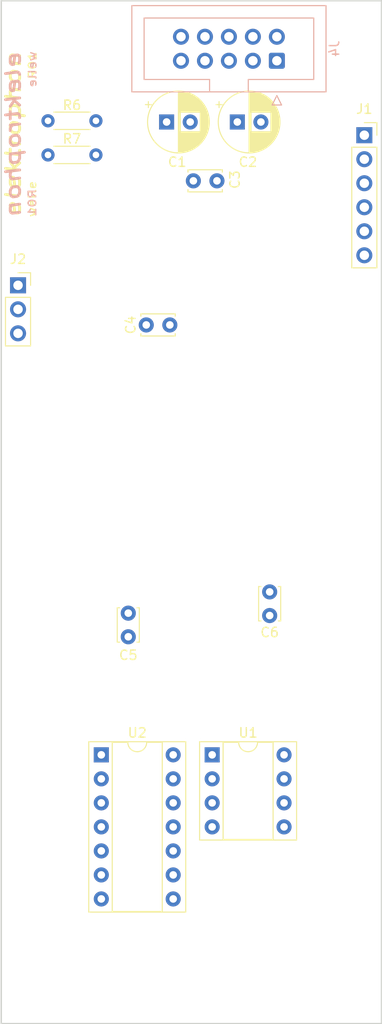
<source format=kicad_pcb>
(kicad_pcb (version 20171130) (host pcbnew 5.1.10)

  (general
    (thickness 1.6)
    (drawings 4)
    (tracks 0)
    (zones 0)
    (modules 18)
    (nets 13)
  )

  (page A4)
  (title_block
    (title welle)
    (date 2021-08-18)
    (rev R01)
    (comment 1 "PCB for panel")
    (comment 2 "Wavefolder designed by Jürgen Haible and Yves Usson")
    (comment 4 "License CC BY 4.0 - Attribution 4.0 International")
  )

  (layers
    (0 F.Cu signal)
    (31 B.Cu signal)
    (32 B.Adhes user)
    (33 F.Adhes user)
    (34 B.Paste user)
    (35 F.Paste user)
    (36 B.SilkS user)
    (37 F.SilkS user)
    (38 B.Mask user)
    (39 F.Mask user)
    (40 Dwgs.User user)
    (41 Cmts.User user)
    (42 Eco1.User user)
    (43 Eco2.User user)
    (44 Edge.Cuts user)
    (45 Margin user)
    (46 B.CrtYd user)
    (47 F.CrtYd user)
    (48 B.Fab user)
    (49 F.Fab user)
  )

  (setup
    (last_trace_width 0.25)
    (user_trace_width 0.381)
    (user_trace_width 0.762)
    (trace_clearance 0.2)
    (zone_clearance 0.508)
    (zone_45_only no)
    (trace_min 0.2)
    (via_size 0.8)
    (via_drill 0.4)
    (via_min_size 0.4)
    (via_min_drill 0.3)
    (uvia_size 0.3)
    (uvia_drill 0.1)
    (uvias_allowed no)
    (uvia_min_size 0.2)
    (uvia_min_drill 0.1)
    (edge_width 0.05)
    (segment_width 0.2)
    (pcb_text_width 0.3)
    (pcb_text_size 1.5 1.5)
    (mod_edge_width 0.12)
    (mod_text_size 1 1)
    (mod_text_width 0.15)
    (pad_size 1.524 1.524)
    (pad_drill 0.762)
    (pad_to_mask_clearance 0)
    (aux_axis_origin 0 0)
    (visible_elements FFFFFF7F)
    (pcbplotparams
      (layerselection 0x010fc_ffffffff)
      (usegerberextensions false)
      (usegerberattributes true)
      (usegerberadvancedattributes true)
      (creategerberjobfile true)
      (excludeedgelayer true)
      (linewidth 0.100000)
      (plotframeref false)
      (viasonmask false)
      (mode 1)
      (useauxorigin false)
      (hpglpennumber 1)
      (hpglpenspeed 20)
      (hpglpendiameter 15.000000)
      (psnegative false)
      (psa4output false)
      (plotreference true)
      (plotvalue true)
      (plotinvisibletext false)
      (padsonsilk false)
      (subtractmaskfromsilk false)
      (outputformat 1)
      (mirror false)
      (drillshape 1)
      (scaleselection 1)
      (outputdirectory ""))
  )

  (net 0 "")
  (net 1 GND)
  (net 2 +15V)
  (net 3 -15V)
  (net 4 +5V)
  (net 5 VP)
  (net 6 VN)
  (net 7 /shape_a)
  (net 8 /input)
  (net 9 /control)
  (net 10 /range)
  (net 11 /shape_b)
  (net 12 /out)

  (net_class Default "This is the default net class."
    (clearance 0.2)
    (trace_width 0.25)
    (via_dia 0.8)
    (via_drill 0.4)
    (uvia_dia 0.3)
    (uvia_drill 0.1)
    (add_net +15V)
    (add_net +5V)
    (add_net -15V)
    (add_net /control)
    (add_net /input)
    (add_net /out)
    (add_net /range)
    (add_net /shape_a)
    (add_net /shape_b)
    (add_net GND)
    (add_net VN)
    (add_net VP)
  )

  (module Package_DIP:DIP-14_W7.62mm_Socket (layer F.Cu) (tedit 5A02E8C5) (tstamp 612797DF)
    (at 61.402 130.556)
    (descr "14-lead though-hole mounted DIP package, row spacing 7.62 mm (300 mils), Socket")
    (tags "THT DIP DIL PDIP 2.54mm 7.62mm 300mil Socket")
    (path /5D86D0B4)
    (fp_text reference U2 (at 3.81 -2.33) (layer F.SilkS)
      (effects (font (size 1 1) (thickness 0.15)))
    )
    (fp_text value TL074 (at 3.81 17.57) (layer F.Fab)
      (effects (font (size 1 1) (thickness 0.15)))
    )
    (fp_text user %R (at 3.81 7.62) (layer F.Fab)
      (effects (font (size 1 1) (thickness 0.15)))
    )
    (fp_arc (start 3.81 -1.33) (end 2.81 -1.33) (angle -180) (layer F.SilkS) (width 0.12))
    (fp_line (start 1.635 -1.27) (end 6.985 -1.27) (layer F.Fab) (width 0.1))
    (fp_line (start 6.985 -1.27) (end 6.985 16.51) (layer F.Fab) (width 0.1))
    (fp_line (start 6.985 16.51) (end 0.635 16.51) (layer F.Fab) (width 0.1))
    (fp_line (start 0.635 16.51) (end 0.635 -0.27) (layer F.Fab) (width 0.1))
    (fp_line (start 0.635 -0.27) (end 1.635 -1.27) (layer F.Fab) (width 0.1))
    (fp_line (start -1.27 -1.33) (end -1.27 16.57) (layer F.Fab) (width 0.1))
    (fp_line (start -1.27 16.57) (end 8.89 16.57) (layer F.Fab) (width 0.1))
    (fp_line (start 8.89 16.57) (end 8.89 -1.33) (layer F.Fab) (width 0.1))
    (fp_line (start 8.89 -1.33) (end -1.27 -1.33) (layer F.Fab) (width 0.1))
    (fp_line (start 2.81 -1.33) (end 1.16 -1.33) (layer F.SilkS) (width 0.12))
    (fp_line (start 1.16 -1.33) (end 1.16 16.57) (layer F.SilkS) (width 0.12))
    (fp_line (start 1.16 16.57) (end 6.46 16.57) (layer F.SilkS) (width 0.12))
    (fp_line (start 6.46 16.57) (end 6.46 -1.33) (layer F.SilkS) (width 0.12))
    (fp_line (start 6.46 -1.33) (end 4.81 -1.33) (layer F.SilkS) (width 0.12))
    (fp_line (start -1.33 -1.39) (end -1.33 16.63) (layer F.SilkS) (width 0.12))
    (fp_line (start -1.33 16.63) (end 8.95 16.63) (layer F.SilkS) (width 0.12))
    (fp_line (start 8.95 16.63) (end 8.95 -1.39) (layer F.SilkS) (width 0.12))
    (fp_line (start 8.95 -1.39) (end -1.33 -1.39) (layer F.SilkS) (width 0.12))
    (fp_line (start -1.55 -1.6) (end -1.55 16.85) (layer F.CrtYd) (width 0.05))
    (fp_line (start -1.55 16.85) (end 9.15 16.85) (layer F.CrtYd) (width 0.05))
    (fp_line (start 9.15 16.85) (end 9.15 -1.6) (layer F.CrtYd) (width 0.05))
    (fp_line (start 9.15 -1.6) (end -1.55 -1.6) (layer F.CrtYd) (width 0.05))
    (pad 14 thru_hole oval (at 7.62 0) (size 1.6 1.6) (drill 0.8) (layers *.Cu *.Mask))
    (pad 7 thru_hole oval (at 0 15.24) (size 1.6 1.6) (drill 0.8) (layers *.Cu *.Mask))
    (pad 13 thru_hole oval (at 7.62 2.54) (size 1.6 1.6) (drill 0.8) (layers *.Cu *.Mask))
    (pad 6 thru_hole oval (at 0 12.7) (size 1.6 1.6) (drill 0.8) (layers *.Cu *.Mask))
    (pad 12 thru_hole oval (at 7.62 5.08) (size 1.6 1.6) (drill 0.8) (layers *.Cu *.Mask))
    (pad 5 thru_hole oval (at 0 10.16) (size 1.6 1.6) (drill 0.8) (layers *.Cu *.Mask))
    (pad 11 thru_hole oval (at 7.62 7.62) (size 1.6 1.6) (drill 0.8) (layers *.Cu *.Mask)
      (net 3 -15V))
    (pad 4 thru_hole oval (at 0 7.62) (size 1.6 1.6) (drill 0.8) (layers *.Cu *.Mask)
      (net 2 +15V))
    (pad 10 thru_hole oval (at 7.62 10.16) (size 1.6 1.6) (drill 0.8) (layers *.Cu *.Mask))
    (pad 3 thru_hole oval (at 0 5.08) (size 1.6 1.6) (drill 0.8) (layers *.Cu *.Mask))
    (pad 9 thru_hole oval (at 7.62 12.7) (size 1.6 1.6) (drill 0.8) (layers *.Cu *.Mask))
    (pad 2 thru_hole oval (at 0 2.54) (size 1.6 1.6) (drill 0.8) (layers *.Cu *.Mask))
    (pad 8 thru_hole oval (at 7.62 15.24) (size 1.6 1.6) (drill 0.8) (layers *.Cu *.Mask))
    (pad 1 thru_hole rect (at 0 0) (size 1.6 1.6) (drill 0.8) (layers *.Cu *.Mask))
    (model ${KISYS3DMOD}/Package_DIP.3dshapes/DIP-14_W7.62mm_Socket.wrl
      (at (xyz 0 0 0))
      (scale (xyz 1 1 1))
      (rotate (xyz 0 0 0))
    )
  )

  (module Package_DIP:DIP-8_W7.62mm_Socket (layer F.Cu) (tedit 5A02E8C5) (tstamp 612797B5)
    (at 73.152 130.556)
    (descr "8-lead though-hole mounted DIP package, row spacing 7.62 mm (300 mils), Socket")
    (tags "THT DIP DIL PDIP 2.54mm 7.62mm 300mil Socket")
    (path /5E7BC4E4)
    (fp_text reference U1 (at 3.81 -2.33) (layer F.SilkS)
      (effects (font (size 1 1) (thickness 0.15)))
    )
    (fp_text value TL072 (at 3.81 9.95) (layer F.Fab)
      (effects (font (size 1 1) (thickness 0.15)))
    )
    (fp_text user %R (at 3.81 3.81) (layer F.Fab)
      (effects (font (size 1 1) (thickness 0.15)))
    )
    (fp_arc (start 3.81 -1.33) (end 2.81 -1.33) (angle -180) (layer F.SilkS) (width 0.12))
    (fp_line (start 1.635 -1.27) (end 6.985 -1.27) (layer F.Fab) (width 0.1))
    (fp_line (start 6.985 -1.27) (end 6.985 8.89) (layer F.Fab) (width 0.1))
    (fp_line (start 6.985 8.89) (end 0.635 8.89) (layer F.Fab) (width 0.1))
    (fp_line (start 0.635 8.89) (end 0.635 -0.27) (layer F.Fab) (width 0.1))
    (fp_line (start 0.635 -0.27) (end 1.635 -1.27) (layer F.Fab) (width 0.1))
    (fp_line (start -1.27 -1.33) (end -1.27 8.95) (layer F.Fab) (width 0.1))
    (fp_line (start -1.27 8.95) (end 8.89 8.95) (layer F.Fab) (width 0.1))
    (fp_line (start 8.89 8.95) (end 8.89 -1.33) (layer F.Fab) (width 0.1))
    (fp_line (start 8.89 -1.33) (end -1.27 -1.33) (layer F.Fab) (width 0.1))
    (fp_line (start 2.81 -1.33) (end 1.16 -1.33) (layer F.SilkS) (width 0.12))
    (fp_line (start 1.16 -1.33) (end 1.16 8.95) (layer F.SilkS) (width 0.12))
    (fp_line (start 1.16 8.95) (end 6.46 8.95) (layer F.SilkS) (width 0.12))
    (fp_line (start 6.46 8.95) (end 6.46 -1.33) (layer F.SilkS) (width 0.12))
    (fp_line (start 6.46 -1.33) (end 4.81 -1.33) (layer F.SilkS) (width 0.12))
    (fp_line (start -1.33 -1.39) (end -1.33 9.01) (layer F.SilkS) (width 0.12))
    (fp_line (start -1.33 9.01) (end 8.95 9.01) (layer F.SilkS) (width 0.12))
    (fp_line (start 8.95 9.01) (end 8.95 -1.39) (layer F.SilkS) (width 0.12))
    (fp_line (start 8.95 -1.39) (end -1.33 -1.39) (layer F.SilkS) (width 0.12))
    (fp_line (start -1.55 -1.6) (end -1.55 9.2) (layer F.CrtYd) (width 0.05))
    (fp_line (start -1.55 9.2) (end 9.15 9.2) (layer F.CrtYd) (width 0.05))
    (fp_line (start 9.15 9.2) (end 9.15 -1.6) (layer F.CrtYd) (width 0.05))
    (fp_line (start 9.15 -1.6) (end -1.55 -1.6) (layer F.CrtYd) (width 0.05))
    (pad 8 thru_hole oval (at 7.62 0) (size 1.6 1.6) (drill 0.8) (layers *.Cu *.Mask)
      (net 2 +15V))
    (pad 4 thru_hole oval (at 0 7.62) (size 1.6 1.6) (drill 0.8) (layers *.Cu *.Mask)
      (net 3 -15V))
    (pad 7 thru_hole oval (at 7.62 2.54) (size 1.6 1.6) (drill 0.8) (layers *.Cu *.Mask))
    (pad 3 thru_hole oval (at 0 5.08) (size 1.6 1.6) (drill 0.8) (layers *.Cu *.Mask))
    (pad 6 thru_hole oval (at 7.62 5.08) (size 1.6 1.6) (drill 0.8) (layers *.Cu *.Mask))
    (pad 2 thru_hole oval (at 0 2.54) (size 1.6 1.6) (drill 0.8) (layers *.Cu *.Mask))
    (pad 5 thru_hole oval (at 7.62 7.62) (size 1.6 1.6) (drill 0.8) (layers *.Cu *.Mask))
    (pad 1 thru_hole rect (at 0 0) (size 1.6 1.6) (drill 0.8) (layers *.Cu *.Mask))
    (model ${KISYS3DMOD}/Package_DIP.3dshapes/DIP-8_W7.62mm_Socket.wrl
      (at (xyz 0 0 0))
      (scale (xyz 1 1 1))
      (rotate (xyz 0 0 0))
    )
  )

  (module Connector_PinSocket_2.54mm:PinSocket_1x03_P2.54mm_Vertical (layer F.Cu) (tedit 5A19A429) (tstamp 611D193C)
    (at 52.578 80.899)
    (descr "Through hole straight socket strip, 1x03, 2.54mm pitch, single row (from Kicad 4.0.7), script generated")
    (tags "Through hole socket strip THT 1x03 2.54mm single row")
    (path /611F7236)
    (fp_text reference J2 (at 0 -2.77) (layer F.SilkS)
      (effects (font (size 1 1) (thickness 0.15)))
    )
    (fp_text value "01x03 Female" (at 0 7.85) (layer F.Fab) hide
      (effects (font (size 1 1) (thickness 0.15)))
    )
    (fp_line (start -1.27 -1.27) (end 0.635 -1.27) (layer F.Fab) (width 0.1))
    (fp_line (start 0.635 -1.27) (end 1.27 -0.635) (layer F.Fab) (width 0.1))
    (fp_line (start 1.27 -0.635) (end 1.27 6.35) (layer F.Fab) (width 0.1))
    (fp_line (start 1.27 6.35) (end -1.27 6.35) (layer F.Fab) (width 0.1))
    (fp_line (start -1.27 6.35) (end -1.27 -1.27) (layer F.Fab) (width 0.1))
    (fp_line (start -1.33 1.27) (end 1.33 1.27) (layer F.SilkS) (width 0.12))
    (fp_line (start -1.33 1.27) (end -1.33 6.41) (layer F.SilkS) (width 0.12))
    (fp_line (start -1.33 6.41) (end 1.33 6.41) (layer F.SilkS) (width 0.12))
    (fp_line (start 1.33 1.27) (end 1.33 6.41) (layer F.SilkS) (width 0.12))
    (fp_line (start 1.33 -1.33) (end 1.33 0) (layer F.SilkS) (width 0.12))
    (fp_line (start 0 -1.33) (end 1.33 -1.33) (layer F.SilkS) (width 0.12))
    (fp_line (start -1.8 -1.8) (end 1.75 -1.8) (layer F.CrtYd) (width 0.05))
    (fp_line (start 1.75 -1.8) (end 1.75 6.85) (layer F.CrtYd) (width 0.05))
    (fp_line (start 1.75 6.85) (end -1.8 6.85) (layer F.CrtYd) (width 0.05))
    (fp_line (start -1.8 6.85) (end -1.8 -1.8) (layer F.CrtYd) (width 0.05))
    (fp_text user %R (at 0 2.54 90) (layer F.Fab)
      (effects (font (size 1 1) (thickness 0.15)))
    )
    (pad 3 thru_hole oval (at 0 5.08) (size 1.7 1.7) (drill 1) (layers *.Cu *.Mask)
      (net 11 /shape_b))
    (pad 2 thru_hole oval (at 0 2.54) (size 1.7 1.7) (drill 1) (layers *.Cu *.Mask)
      (net 7 /shape_a))
    (pad 1 thru_hole rect (at 0 0) (size 1.7 1.7) (drill 1) (layers *.Cu *.Mask)
      (net 1 GND))
    (model ${KISYS3DMOD}/Connector_PinSocket_2.54mm.3dshapes/PinSocket_1x03_P2.54mm_Vertical.wrl
      (at (xyz 0 0 0))
      (scale (xyz 1 1 1))
      (rotate (xyz 0 0 0))
    )
  )

  (module Connector_PinSocket_2.54mm:PinSocket_1x06_P2.54mm_Vertical (layer F.Cu) (tedit 5A19A430) (tstamp 611D1925)
    (at 89.281 65.024)
    (descr "Through hole straight socket strip, 1x06, 2.54mm pitch, single row (from Kicad 4.0.7), script generated")
    (tags "Through hole socket strip THT 1x06 2.54mm single row")
    (path /611F6237)
    (fp_text reference J1 (at 0 -2.77) (layer F.SilkS)
      (effects (font (size 1 1) (thickness 0.15)))
    )
    (fp_text value "01x06 Female" (at 0 15.47) (layer F.Fab) hide
      (effects (font (size 1 1) (thickness 0.15)))
    )
    (fp_line (start -1.27 -1.27) (end 0.635 -1.27) (layer F.Fab) (width 0.1))
    (fp_line (start 0.635 -1.27) (end 1.27 -0.635) (layer F.Fab) (width 0.1))
    (fp_line (start 1.27 -0.635) (end 1.27 13.97) (layer F.Fab) (width 0.1))
    (fp_line (start 1.27 13.97) (end -1.27 13.97) (layer F.Fab) (width 0.1))
    (fp_line (start -1.27 13.97) (end -1.27 -1.27) (layer F.Fab) (width 0.1))
    (fp_line (start -1.33 1.27) (end 1.33 1.27) (layer F.SilkS) (width 0.12))
    (fp_line (start -1.33 1.27) (end -1.33 14.03) (layer F.SilkS) (width 0.12))
    (fp_line (start -1.33 14.03) (end 1.33 14.03) (layer F.SilkS) (width 0.12))
    (fp_line (start 1.33 1.27) (end 1.33 14.03) (layer F.SilkS) (width 0.12))
    (fp_line (start 1.33 -1.33) (end 1.33 0) (layer F.SilkS) (width 0.12))
    (fp_line (start 0 -1.33) (end 1.33 -1.33) (layer F.SilkS) (width 0.12))
    (fp_line (start -1.8 -1.8) (end 1.75 -1.8) (layer F.CrtYd) (width 0.05))
    (fp_line (start 1.75 -1.8) (end 1.75 14.45) (layer F.CrtYd) (width 0.05))
    (fp_line (start 1.75 14.45) (end -1.8 14.45) (layer F.CrtYd) (width 0.05))
    (fp_line (start -1.8 14.45) (end -1.8 -1.8) (layer F.CrtYd) (width 0.05))
    (fp_text user %R (at 0 6.35 90) (layer F.Fab)
      (effects (font (size 1 1) (thickness 0.15)))
    )
    (pad 6 thru_hole oval (at 0 12.7) (size 1.7 1.7) (drill 1) (layers *.Cu *.Mask)
      (net 12 /out))
    (pad 5 thru_hole oval (at 0 10.16) (size 1.7 1.7) (drill 1) (layers *.Cu *.Mask)
      (net 2 +15V))
    (pad 4 thru_hole oval (at 0 7.62) (size 1.7 1.7) (drill 1) (layers *.Cu *.Mask)
      (net 8 /input))
    (pad 3 thru_hole oval (at 0 5.08) (size 1.7 1.7) (drill 1) (layers *.Cu *.Mask)
      (net 10 /range))
    (pad 2 thru_hole oval (at 0 2.54) (size 1.7 1.7) (drill 1) (layers *.Cu *.Mask)
      (net 9 /control))
    (pad 1 thru_hole rect (at 0 0) (size 1.7 1.7) (drill 1) (layers *.Cu *.Mask)
      (net 4 +5V))
    (model ${KISYS3DMOD}/Connector_PinSocket_2.54mm.3dshapes/PinSocket_1x06_P2.54mm_Vertical.wrl
      (at (xyz 0 0 0))
      (scale (xyz 1 1 1))
      (rotate (xyz 0 0 0))
    )
  )

  (module "elektrophon:elektrophon logo" locked (layer F.Cu) (tedit 5D74BFC6) (tstamp 611BB88A)
    (at 53.086 64.897 90)
    (fp_text reference REF** (at 0 3.556 90) (layer F.SilkS) hide
      (effects (font (size 1 1) (thickness 0.15)))
    )
    (fp_text value "elektrophon logo" (at 0 -3.048 90) (layer F.Fab) hide
      (effects (font (size 1 1) (thickness 0.15)))
    )
    (fp_text user welle (at 8.84 1.02 90) (layer B.SilkS)
      (effects (font (size 0.8 1) (thickness 0.15)) (justify left mirror))
    )
    (fp_text user R01 (at -8.83 1 90) (layer B.SilkS)
      (effects (font (size 0.8 1) (thickness 0.15)) (justify right mirror))
    )
    (fp_text user elektrophon (at 0 -1.016 90) (layer B.SilkS)
      (effects (font (size 1.5 2) (thickness 0.3) italic) (justify mirror))
    )
    (fp_text user R01 (at 8.8 1.02 90) (layer F.SilkS)
      (effects (font (size 0.8 1) (thickness 0.15)) (justify right))
    )
    (fp_text user welle (at -8.88 1 90) (layer F.SilkS)
      (effects (font (size 0.8 1) (thickness 0.15)) (justify left))
    )
    (fp_text user elektrophon (at 0 -1.016 90) (layer F.SilkS)
      (effects (font (size 1.5 2) (thickness 0.3) italic))
    )
  )

  (module Resistor_THT:R_Axial_DIN0204_L3.6mm_D1.6mm_P5.08mm_Horizontal (layer F.Cu) (tedit 5AE5139B) (tstamp 611A5A5D)
    (at 60.833 67.110428 180)
    (descr "Resistor, Axial_DIN0204 series, Axial, Horizontal, pin pitch=5.08mm, 0.167W, length*diameter=3.6*1.6mm^2, http://cdn-reichelt.de/documents/datenblatt/B400/1_4W%23YAG.pdf")
    (tags "Resistor Axial_DIN0204 series Axial Horizontal pin pitch 5.08mm 0.167W length 3.6mm diameter 1.6mm")
    (path /5FC69BB1)
    (fp_text reference R7 (at 2.54 1.705428) (layer F.SilkS)
      (effects (font (size 1 1) (thickness 0.15)))
    )
    (fp_text value 10 (at 2.54 1.92) (layer F.Fab)
      (effects (font (size 1 1) (thickness 0.15)))
    )
    (fp_line (start 0.74 -0.8) (end 0.74 0.8) (layer F.Fab) (width 0.1))
    (fp_line (start 0.74 0.8) (end 4.34 0.8) (layer F.Fab) (width 0.1))
    (fp_line (start 4.34 0.8) (end 4.34 -0.8) (layer F.Fab) (width 0.1))
    (fp_line (start 4.34 -0.8) (end 0.74 -0.8) (layer F.Fab) (width 0.1))
    (fp_line (start 0 0) (end 0.74 0) (layer F.Fab) (width 0.1))
    (fp_line (start 5.08 0) (end 4.34 0) (layer F.Fab) (width 0.1))
    (fp_line (start 0.62 -0.92) (end 4.46 -0.92) (layer F.SilkS) (width 0.12))
    (fp_line (start 0.62 0.92) (end 4.46 0.92) (layer F.SilkS) (width 0.12))
    (fp_line (start -0.95 -1.05) (end -0.95 1.05) (layer F.CrtYd) (width 0.05))
    (fp_line (start -0.95 1.05) (end 6.03 1.05) (layer F.CrtYd) (width 0.05))
    (fp_line (start 6.03 1.05) (end 6.03 -1.05) (layer F.CrtYd) (width 0.05))
    (fp_line (start 6.03 -1.05) (end -0.95 -1.05) (layer F.CrtYd) (width 0.05))
    (fp_text user %R (at 2.54 0) (layer F.Fab)
      (effects (font (size 0.72 0.72) (thickness 0.108)))
    )
    (pad 2 thru_hole oval (at 5.08 0 180) (size 1.4 1.4) (drill 0.7) (layers *.Cu *.Mask)
      (net 6 VN))
    (pad 1 thru_hole circle (at 0 0 180) (size 1.4 1.4) (drill 0.7) (layers *.Cu *.Mask)
      (net 3 -15V))
    (model ${KISYS3DMOD}/Resistor_THT.3dshapes/R_Axial_DIN0204_L3.6mm_D1.6mm_P5.08mm_Horizontal.wrl
      (at (xyz 0 0 0))
      (scale (xyz 1 1 1))
      (rotate (xyz 0 0 0))
    )
  )

  (module Resistor_THT:R_Axial_DIN0204_L3.6mm_D1.6mm_P5.08mm_Horizontal (layer F.Cu) (tedit 5AE5139B) (tstamp 611A5A46)
    (at 60.833 63.5 180)
    (descr "Resistor, Axial_DIN0204 series, Axial, Horizontal, pin pitch=5.08mm, 0.167W, length*diameter=3.6*1.6mm^2, http://cdn-reichelt.de/documents/datenblatt/B400/1_4W%23YAG.pdf")
    (tags "Resistor Axial_DIN0204 series Axial Horizontal pin pitch 5.08mm 0.167W length 3.6mm diameter 1.6mm")
    (path /5FB443E6)
    (fp_text reference R6 (at 2.54 1.651) (layer F.SilkS)
      (effects (font (size 1 1) (thickness 0.15)))
    )
    (fp_text value 10 (at 2.54 1.92) (layer F.Fab)
      (effects (font (size 1 1) (thickness 0.15)))
    )
    (fp_line (start 0.74 -0.8) (end 0.74 0.8) (layer F.Fab) (width 0.1))
    (fp_line (start 0.74 0.8) (end 4.34 0.8) (layer F.Fab) (width 0.1))
    (fp_line (start 4.34 0.8) (end 4.34 -0.8) (layer F.Fab) (width 0.1))
    (fp_line (start 4.34 -0.8) (end 0.74 -0.8) (layer F.Fab) (width 0.1))
    (fp_line (start 0 0) (end 0.74 0) (layer F.Fab) (width 0.1))
    (fp_line (start 5.08 0) (end 4.34 0) (layer F.Fab) (width 0.1))
    (fp_line (start 0.62 -0.92) (end 4.46 -0.92) (layer F.SilkS) (width 0.12))
    (fp_line (start 0.62 0.92) (end 4.46 0.92) (layer F.SilkS) (width 0.12))
    (fp_line (start -0.95 -1.05) (end -0.95 1.05) (layer F.CrtYd) (width 0.05))
    (fp_line (start -0.95 1.05) (end 6.03 1.05) (layer F.CrtYd) (width 0.05))
    (fp_line (start 6.03 1.05) (end 6.03 -1.05) (layer F.CrtYd) (width 0.05))
    (fp_line (start 6.03 -1.05) (end -0.95 -1.05) (layer F.CrtYd) (width 0.05))
    (fp_text user %R (at 2.54 0) (layer F.Fab)
      (effects (font (size 0.72 0.72) (thickness 0.108)))
    )
    (pad 2 thru_hole oval (at 5.08 0 180) (size 1.4 1.4) (drill 0.7) (layers *.Cu *.Mask)
      (net 5 VP))
    (pad 1 thru_hole circle (at 0 0 180) (size 1.4 1.4) (drill 0.7) (layers *.Cu *.Mask)
      (net 2 +15V))
    (model ${KISYS3DMOD}/Resistor_THT.3dshapes/R_Axial_DIN0204_L3.6mm_D1.6mm_P5.08mm_Horizontal.wrl
      (at (xyz 0 0 0))
      (scale (xyz 1 1 1))
      (rotate (xyz 0 0 0))
    )
  )

  (module Connector_IDC:IDC-Header_2x05_P2.54mm_Vertical (layer B.Cu) (tedit 5EAC9A07) (tstamp 611A595E)
    (at 80.01 57.15 90)
    (descr "Through hole IDC box header, 2x05, 2.54mm pitch, DIN 41651 / IEC 60603-13, double rows, https://docs.google.com/spreadsheets/d/16SsEcesNF15N3Lb4niX7dcUr-NY5_MFPQhobNuNppn4/edit#gid=0")
    (tags "Through hole vertical IDC box header THT 2x05 2.54mm double row")
    (path /5FCD165C)
    (fp_text reference J4 (at 1.27 6.1 90) (layer B.SilkS)
      (effects (font (size 1 1) (thickness 0.15)) (justify mirror))
    )
    (fp_text value "10 Pos" (at 1.27 -16.26 90) (layer B.Fab)
      (effects (font (size 1 1) (thickness 0.15)) (justify mirror))
    )
    (fp_line (start 6.22 5.6) (end -3.68 5.6) (layer B.CrtYd) (width 0.05))
    (fp_line (start 6.22 -15.76) (end 6.22 5.6) (layer B.CrtYd) (width 0.05))
    (fp_line (start -3.68 -15.76) (end 6.22 -15.76) (layer B.CrtYd) (width 0.05))
    (fp_line (start -3.68 5.6) (end -3.68 -15.76) (layer B.CrtYd) (width 0.05))
    (fp_line (start -4.68 -0.5) (end -3.68 0) (layer B.SilkS) (width 0.12))
    (fp_line (start -4.68 0.5) (end -4.68 -0.5) (layer B.SilkS) (width 0.12))
    (fp_line (start -3.68 0) (end -4.68 0.5) (layer B.SilkS) (width 0.12))
    (fp_line (start -1.98 -7.13) (end -3.29 -7.13) (layer B.SilkS) (width 0.12))
    (fp_line (start -1.98 -7.13) (end -1.98 -7.13) (layer B.SilkS) (width 0.12))
    (fp_line (start -1.98 -14.07) (end -1.98 -7.13) (layer B.SilkS) (width 0.12))
    (fp_line (start 4.52 -14.07) (end -1.98 -14.07) (layer B.SilkS) (width 0.12))
    (fp_line (start 4.52 3.91) (end 4.52 -14.07) (layer B.SilkS) (width 0.12))
    (fp_line (start -1.98 3.91) (end 4.52 3.91) (layer B.SilkS) (width 0.12))
    (fp_line (start -1.98 -3.03) (end -1.98 3.91) (layer B.SilkS) (width 0.12))
    (fp_line (start -3.29 -3.03) (end -1.98 -3.03) (layer B.SilkS) (width 0.12))
    (fp_line (start -3.29 -15.37) (end -3.29 5.21) (layer B.SilkS) (width 0.12))
    (fp_line (start 5.83 -15.37) (end -3.29 -15.37) (layer B.SilkS) (width 0.12))
    (fp_line (start 5.83 5.21) (end 5.83 -15.37) (layer B.SilkS) (width 0.12))
    (fp_line (start -3.29 5.21) (end 5.83 5.21) (layer B.SilkS) (width 0.12))
    (fp_line (start -1.98 -7.13) (end -3.18 -7.13) (layer B.Fab) (width 0.1))
    (fp_line (start -1.98 -7.13) (end -1.98 -7.13) (layer B.Fab) (width 0.1))
    (fp_line (start -1.98 -14.07) (end -1.98 -7.13) (layer B.Fab) (width 0.1))
    (fp_line (start 4.52 -14.07) (end -1.98 -14.07) (layer B.Fab) (width 0.1))
    (fp_line (start 4.52 3.91) (end 4.52 -14.07) (layer B.Fab) (width 0.1))
    (fp_line (start -1.98 3.91) (end 4.52 3.91) (layer B.Fab) (width 0.1))
    (fp_line (start -1.98 -3.03) (end -1.98 3.91) (layer B.Fab) (width 0.1))
    (fp_line (start -3.18 -3.03) (end -1.98 -3.03) (layer B.Fab) (width 0.1))
    (fp_line (start -3.18 -15.26) (end -3.18 4.1) (layer B.Fab) (width 0.1))
    (fp_line (start 5.72 -15.26) (end -3.18 -15.26) (layer B.Fab) (width 0.1))
    (fp_line (start 5.72 5.1) (end 5.72 -15.26) (layer B.Fab) (width 0.1))
    (fp_line (start -2.18 5.1) (end 5.72 5.1) (layer B.Fab) (width 0.1))
    (fp_line (start -3.18 4.1) (end -2.18 5.1) (layer B.Fab) (width 0.1))
    (fp_text user %R (at 1.27 -5.08 180) (layer B.Fab)
      (effects (font (size 1 1) (thickness 0.15)) (justify mirror))
    )
    (pad 10 thru_hole circle (at 2.54 -10.16 90) (size 1.7 1.7) (drill 1) (layers *.Cu *.Mask)
      (net 4 +5V))
    (pad 8 thru_hole circle (at 2.54 -7.62 90) (size 1.7 1.7) (drill 1) (layers *.Cu *.Mask)
      (net 1 GND))
    (pad 6 thru_hole circle (at 2.54 -5.08 90) (size 1.7 1.7) (drill 1) (layers *.Cu *.Mask)
      (net 1 GND))
    (pad 4 thru_hole circle (at 2.54 -2.54 90) (size 1.7 1.7) (drill 1) (layers *.Cu *.Mask)
      (net 5 VP))
    (pad 2 thru_hole circle (at 2.54 0 90) (size 1.7 1.7) (drill 1) (layers *.Cu *.Mask)
      (net 6 VN))
    (pad 9 thru_hole circle (at 0 -10.16 90) (size 1.7 1.7) (drill 1) (layers *.Cu *.Mask)
      (net 4 +5V))
    (pad 7 thru_hole circle (at 0 -7.62 90) (size 1.7 1.7) (drill 1) (layers *.Cu *.Mask)
      (net 1 GND))
    (pad 5 thru_hole circle (at 0 -5.08 90) (size 1.7 1.7) (drill 1) (layers *.Cu *.Mask)
      (net 1 GND))
    (pad 3 thru_hole circle (at 0 -2.54 90) (size 1.7 1.7) (drill 1) (layers *.Cu *.Mask)
      (net 5 VP))
    (pad 1 thru_hole roundrect (at 0 0 90) (size 1.7 1.7) (drill 1) (layers *.Cu *.Mask) (roundrect_rratio 0.147059)
      (net 6 VN))
    (model ${KISYS3DMOD}/Connector_IDC.3dshapes/IDC-Header_2x05_P2.54mm_Vertical.wrl
      (at (xyz 0 0 0))
      (scale (xyz 1 1 1))
      (rotate (xyz 0 0 0))
    )
  )

  (module Capacitor_THT:C_Disc_D3.4mm_W2.1mm_P2.50mm (layer F.Cu) (tedit 5AE50EF0) (tstamp 611A573D)
    (at 79.248 115.824 90)
    (descr "C, Disc series, Radial, pin pitch=2.50mm, , diameter*width=3.4*2.1mm^2, Capacitor, http://www.vishay.com/docs/45233/krseries.pdf")
    (tags "C Disc series Radial pin pitch 2.50mm  diameter 3.4mm width 2.1mm Capacitor")
    (path /5CC0F5AA)
    (fp_text reference C6 (at -1.778 0 180) (layer F.SilkS)
      (effects (font (size 1 1) (thickness 0.15)))
    )
    (fp_text value 0.1u (at 1.25 2.3 90) (layer F.Fab)
      (effects (font (size 1 1) (thickness 0.15)))
    )
    (fp_line (start 3.55 -1.3) (end -1.05 -1.3) (layer F.CrtYd) (width 0.05))
    (fp_line (start 3.55 1.3) (end 3.55 -1.3) (layer F.CrtYd) (width 0.05))
    (fp_line (start -1.05 1.3) (end 3.55 1.3) (layer F.CrtYd) (width 0.05))
    (fp_line (start -1.05 -1.3) (end -1.05 1.3) (layer F.CrtYd) (width 0.05))
    (fp_line (start 3.07 0.925) (end 3.07 1.17) (layer F.SilkS) (width 0.12))
    (fp_line (start 3.07 -1.17) (end 3.07 -0.925) (layer F.SilkS) (width 0.12))
    (fp_line (start -0.57 0.925) (end -0.57 1.17) (layer F.SilkS) (width 0.12))
    (fp_line (start -0.57 -1.17) (end -0.57 -0.925) (layer F.SilkS) (width 0.12))
    (fp_line (start -0.57 1.17) (end 3.07 1.17) (layer F.SilkS) (width 0.12))
    (fp_line (start -0.57 -1.17) (end 3.07 -1.17) (layer F.SilkS) (width 0.12))
    (fp_line (start 2.95 -1.05) (end -0.45 -1.05) (layer F.Fab) (width 0.1))
    (fp_line (start 2.95 1.05) (end 2.95 -1.05) (layer F.Fab) (width 0.1))
    (fp_line (start -0.45 1.05) (end 2.95 1.05) (layer F.Fab) (width 0.1))
    (fp_line (start -0.45 -1.05) (end -0.45 1.05) (layer F.Fab) (width 0.1))
    (fp_text user %R (at 1.25 0 90) (layer F.Fab)
      (effects (font (size 0.68 0.68) (thickness 0.102)))
    )
    (pad 2 thru_hole circle (at 2.5 0 90) (size 1.6 1.6) (drill 0.8) (layers *.Cu *.Mask)
      (net 3 -15V))
    (pad 1 thru_hole circle (at 0 0 90) (size 1.6 1.6) (drill 0.8) (layers *.Cu *.Mask)
      (net 1 GND))
    (model ${KISYS3DMOD}/Capacitor_THT.3dshapes/C_Disc_D3.4mm_W2.1mm_P2.50mm.wrl
      (at (xyz 0 0 0))
      (scale (xyz 1 1 1))
      (rotate (xyz 0 0 0))
    )
  )

  (module Capacitor_THT:C_Disc_D3.4mm_W2.1mm_P2.50mm (layer F.Cu) (tedit 5AE50EF0) (tstamp 611A5728)
    (at 64.262 115.57 270)
    (descr "C, Disc series, Radial, pin pitch=2.50mm, , diameter*width=3.4*2.1mm^2, Capacitor, http://www.vishay.com/docs/45233/krseries.pdf")
    (tags "C Disc series Radial pin pitch 2.50mm  diameter 3.4mm width 2.1mm Capacitor")
    (path /5CBF0BB7)
    (fp_text reference C5 (at 4.445 0 180) (layer F.SilkS)
      (effects (font (size 1 1) (thickness 0.15)))
    )
    (fp_text value 0.1u (at 1.25 2.3 90) (layer F.Fab)
      (effects (font (size 1 1) (thickness 0.15)))
    )
    (fp_line (start 3.55 -1.3) (end -1.05 -1.3) (layer F.CrtYd) (width 0.05))
    (fp_line (start 3.55 1.3) (end 3.55 -1.3) (layer F.CrtYd) (width 0.05))
    (fp_line (start -1.05 1.3) (end 3.55 1.3) (layer F.CrtYd) (width 0.05))
    (fp_line (start -1.05 -1.3) (end -1.05 1.3) (layer F.CrtYd) (width 0.05))
    (fp_line (start 3.07 0.925) (end 3.07 1.17) (layer F.SilkS) (width 0.12))
    (fp_line (start 3.07 -1.17) (end 3.07 -0.925) (layer F.SilkS) (width 0.12))
    (fp_line (start -0.57 0.925) (end -0.57 1.17) (layer F.SilkS) (width 0.12))
    (fp_line (start -0.57 -1.17) (end -0.57 -0.925) (layer F.SilkS) (width 0.12))
    (fp_line (start -0.57 1.17) (end 3.07 1.17) (layer F.SilkS) (width 0.12))
    (fp_line (start -0.57 -1.17) (end 3.07 -1.17) (layer F.SilkS) (width 0.12))
    (fp_line (start 2.95 -1.05) (end -0.45 -1.05) (layer F.Fab) (width 0.1))
    (fp_line (start 2.95 1.05) (end 2.95 -1.05) (layer F.Fab) (width 0.1))
    (fp_line (start -0.45 1.05) (end 2.95 1.05) (layer F.Fab) (width 0.1))
    (fp_line (start -0.45 -1.05) (end -0.45 1.05) (layer F.Fab) (width 0.1))
    (fp_text user %R (at 1.25 0 90) (layer F.Fab)
      (effects (font (size 0.68 0.68) (thickness 0.102)))
    )
    (pad 2 thru_hole circle (at 2.5 0 270) (size 1.6 1.6) (drill 0.8) (layers *.Cu *.Mask)
      (net 1 GND))
    (pad 1 thru_hole circle (at 0 0 270) (size 1.6 1.6) (drill 0.8) (layers *.Cu *.Mask)
      (net 2 +15V))
    (model ${KISYS3DMOD}/Capacitor_THT.3dshapes/C_Disc_D3.4mm_W2.1mm_P2.50mm.wrl
      (at (xyz 0 0 0))
      (scale (xyz 1 1 1))
      (rotate (xyz 0 0 0))
    )
  )

  (module Capacitor_THT:C_Disc_D3.4mm_W2.1mm_P2.50mm (layer F.Cu) (tedit 5AE50EF0) (tstamp 611A5713)
    (at 66.167 85.09)
    (descr "C, Disc series, Radial, pin pitch=2.50mm, , diameter*width=3.4*2.1mm^2, Capacitor, http://www.vishay.com/docs/45233/krseries.pdf")
    (tags "C Disc series Radial pin pitch 2.50mm  diameter 3.4mm width 2.1mm Capacitor")
    (path /5E7CD883)
    (fp_text reference C4 (at -1.651 0 90) (layer F.SilkS)
      (effects (font (size 1 1) (thickness 0.15)))
    )
    (fp_text value 0.1u (at 1.25 2.3) (layer F.Fab)
      (effects (font (size 1 1) (thickness 0.15)))
    )
    (fp_line (start 3.55 -1.3) (end -1.05 -1.3) (layer F.CrtYd) (width 0.05))
    (fp_line (start 3.55 1.3) (end 3.55 -1.3) (layer F.CrtYd) (width 0.05))
    (fp_line (start -1.05 1.3) (end 3.55 1.3) (layer F.CrtYd) (width 0.05))
    (fp_line (start -1.05 -1.3) (end -1.05 1.3) (layer F.CrtYd) (width 0.05))
    (fp_line (start 3.07 0.925) (end 3.07 1.17) (layer F.SilkS) (width 0.12))
    (fp_line (start 3.07 -1.17) (end 3.07 -0.925) (layer F.SilkS) (width 0.12))
    (fp_line (start -0.57 0.925) (end -0.57 1.17) (layer F.SilkS) (width 0.12))
    (fp_line (start -0.57 -1.17) (end -0.57 -0.925) (layer F.SilkS) (width 0.12))
    (fp_line (start -0.57 1.17) (end 3.07 1.17) (layer F.SilkS) (width 0.12))
    (fp_line (start -0.57 -1.17) (end 3.07 -1.17) (layer F.SilkS) (width 0.12))
    (fp_line (start 2.95 -1.05) (end -0.45 -1.05) (layer F.Fab) (width 0.1))
    (fp_line (start 2.95 1.05) (end 2.95 -1.05) (layer F.Fab) (width 0.1))
    (fp_line (start -0.45 1.05) (end 2.95 1.05) (layer F.Fab) (width 0.1))
    (fp_line (start -0.45 -1.05) (end -0.45 1.05) (layer F.Fab) (width 0.1))
    (fp_text user %R (at 1.25 0) (layer F.Fab)
      (effects (font (size 0.68 0.68) (thickness 0.102)))
    )
    (pad 2 thru_hole circle (at 2.5 0) (size 1.6 1.6) (drill 0.8) (layers *.Cu *.Mask)
      (net 3 -15V))
    (pad 1 thru_hole circle (at 0 0) (size 1.6 1.6) (drill 0.8) (layers *.Cu *.Mask)
      (net 1 GND))
    (model ${KISYS3DMOD}/Capacitor_THT.3dshapes/C_Disc_D3.4mm_W2.1mm_P2.50mm.wrl
      (at (xyz 0 0 0))
      (scale (xyz 1 1 1))
      (rotate (xyz 0 0 0))
    )
  )

  (module Capacitor_THT:C_Disc_D3.4mm_W2.1mm_P2.50mm (layer F.Cu) (tedit 5AE50EF0) (tstamp 611A56FE)
    (at 73.66 69.85 180)
    (descr "C, Disc series, Radial, pin pitch=2.50mm, , diameter*width=3.4*2.1mm^2, Capacitor, http://www.vishay.com/docs/45233/krseries.pdf")
    (tags "C Disc series Radial pin pitch 2.50mm  diameter 3.4mm width 2.1mm Capacitor")
    (path /5E7CD87D)
    (fp_text reference C3 (at -1.905 0.127 90) (layer F.SilkS)
      (effects (font (size 1 1) (thickness 0.15)))
    )
    (fp_text value 0.1u (at 1.25 2.3) (layer F.Fab)
      (effects (font (size 1 1) (thickness 0.15)))
    )
    (fp_line (start 3.55 -1.3) (end -1.05 -1.3) (layer F.CrtYd) (width 0.05))
    (fp_line (start 3.55 1.3) (end 3.55 -1.3) (layer F.CrtYd) (width 0.05))
    (fp_line (start -1.05 1.3) (end 3.55 1.3) (layer F.CrtYd) (width 0.05))
    (fp_line (start -1.05 -1.3) (end -1.05 1.3) (layer F.CrtYd) (width 0.05))
    (fp_line (start 3.07 0.925) (end 3.07 1.17) (layer F.SilkS) (width 0.12))
    (fp_line (start 3.07 -1.17) (end 3.07 -0.925) (layer F.SilkS) (width 0.12))
    (fp_line (start -0.57 0.925) (end -0.57 1.17) (layer F.SilkS) (width 0.12))
    (fp_line (start -0.57 -1.17) (end -0.57 -0.925) (layer F.SilkS) (width 0.12))
    (fp_line (start -0.57 1.17) (end 3.07 1.17) (layer F.SilkS) (width 0.12))
    (fp_line (start -0.57 -1.17) (end 3.07 -1.17) (layer F.SilkS) (width 0.12))
    (fp_line (start 2.95 -1.05) (end -0.45 -1.05) (layer F.Fab) (width 0.1))
    (fp_line (start 2.95 1.05) (end 2.95 -1.05) (layer F.Fab) (width 0.1))
    (fp_line (start -0.45 1.05) (end 2.95 1.05) (layer F.Fab) (width 0.1))
    (fp_line (start -0.45 -1.05) (end -0.45 1.05) (layer F.Fab) (width 0.1))
    (fp_text user %R (at 1.25 0) (layer F.Fab)
      (effects (font (size 0.68 0.68) (thickness 0.102)))
    )
    (pad 2 thru_hole circle (at 2.5 0 180) (size 1.6 1.6) (drill 0.8) (layers *.Cu *.Mask)
      (net 1 GND))
    (pad 1 thru_hole circle (at 0 0 180) (size 1.6 1.6) (drill 0.8) (layers *.Cu *.Mask)
      (net 2 +15V))
    (model ${KISYS3DMOD}/Capacitor_THT.3dshapes/C_Disc_D3.4mm_W2.1mm_P2.50mm.wrl
      (at (xyz 0 0 0))
      (scale (xyz 1 1 1))
      (rotate (xyz 0 0 0))
    )
  )

  (module Capacitor_THT:CP_Radial_D6.3mm_P2.50mm (layer F.Cu) (tedit 5AE50EF0) (tstamp 611A56E9)
    (at 75.819 63.627)
    (descr "CP, Radial series, Radial, pin pitch=2.50mm, , diameter=6.3mm, Electrolytic Capacitor")
    (tags "CP Radial series Radial pin pitch 2.50mm  diameter 6.3mm Electrolytic Capacitor")
    (path /5E18070C)
    (fp_text reference C2 (at 1.123 4.236) (layer F.SilkS)
      (effects (font (size 1 1) (thickness 0.15)))
    )
    (fp_text value 22u (at 1.25 4.4) (layer F.Fab)
      (effects (font (size 1 1) (thickness 0.15)))
    )
    (fp_line (start -1.935241 -2.154) (end -1.935241 -1.524) (layer F.SilkS) (width 0.12))
    (fp_line (start -2.250241 -1.839) (end -1.620241 -1.839) (layer F.SilkS) (width 0.12))
    (fp_line (start 4.491 -0.402) (end 4.491 0.402) (layer F.SilkS) (width 0.12))
    (fp_line (start 4.451 -0.633) (end 4.451 0.633) (layer F.SilkS) (width 0.12))
    (fp_line (start 4.411 -0.802) (end 4.411 0.802) (layer F.SilkS) (width 0.12))
    (fp_line (start 4.371 -0.94) (end 4.371 0.94) (layer F.SilkS) (width 0.12))
    (fp_line (start 4.331 -1.059) (end 4.331 1.059) (layer F.SilkS) (width 0.12))
    (fp_line (start 4.291 -1.165) (end 4.291 1.165) (layer F.SilkS) (width 0.12))
    (fp_line (start 4.251 -1.262) (end 4.251 1.262) (layer F.SilkS) (width 0.12))
    (fp_line (start 4.211 -1.35) (end 4.211 1.35) (layer F.SilkS) (width 0.12))
    (fp_line (start 4.171 -1.432) (end 4.171 1.432) (layer F.SilkS) (width 0.12))
    (fp_line (start 4.131 -1.509) (end 4.131 1.509) (layer F.SilkS) (width 0.12))
    (fp_line (start 4.091 -1.581) (end 4.091 1.581) (layer F.SilkS) (width 0.12))
    (fp_line (start 4.051 -1.65) (end 4.051 1.65) (layer F.SilkS) (width 0.12))
    (fp_line (start 4.011 -1.714) (end 4.011 1.714) (layer F.SilkS) (width 0.12))
    (fp_line (start 3.971 -1.776) (end 3.971 1.776) (layer F.SilkS) (width 0.12))
    (fp_line (start 3.931 -1.834) (end 3.931 1.834) (layer F.SilkS) (width 0.12))
    (fp_line (start 3.891 -1.89) (end 3.891 1.89) (layer F.SilkS) (width 0.12))
    (fp_line (start 3.851 -1.944) (end 3.851 1.944) (layer F.SilkS) (width 0.12))
    (fp_line (start 3.811 -1.995) (end 3.811 1.995) (layer F.SilkS) (width 0.12))
    (fp_line (start 3.771 -2.044) (end 3.771 2.044) (layer F.SilkS) (width 0.12))
    (fp_line (start 3.731 -2.092) (end 3.731 2.092) (layer F.SilkS) (width 0.12))
    (fp_line (start 3.691 -2.137) (end 3.691 2.137) (layer F.SilkS) (width 0.12))
    (fp_line (start 3.651 -2.182) (end 3.651 2.182) (layer F.SilkS) (width 0.12))
    (fp_line (start 3.611 -2.224) (end 3.611 2.224) (layer F.SilkS) (width 0.12))
    (fp_line (start 3.571 -2.265) (end 3.571 2.265) (layer F.SilkS) (width 0.12))
    (fp_line (start 3.531 1.04) (end 3.531 2.305) (layer F.SilkS) (width 0.12))
    (fp_line (start 3.531 -2.305) (end 3.531 -1.04) (layer F.SilkS) (width 0.12))
    (fp_line (start 3.491 1.04) (end 3.491 2.343) (layer F.SilkS) (width 0.12))
    (fp_line (start 3.491 -2.343) (end 3.491 -1.04) (layer F.SilkS) (width 0.12))
    (fp_line (start 3.451 1.04) (end 3.451 2.38) (layer F.SilkS) (width 0.12))
    (fp_line (start 3.451 -2.38) (end 3.451 -1.04) (layer F.SilkS) (width 0.12))
    (fp_line (start 3.411 1.04) (end 3.411 2.416) (layer F.SilkS) (width 0.12))
    (fp_line (start 3.411 -2.416) (end 3.411 -1.04) (layer F.SilkS) (width 0.12))
    (fp_line (start 3.371 1.04) (end 3.371 2.45) (layer F.SilkS) (width 0.12))
    (fp_line (start 3.371 -2.45) (end 3.371 -1.04) (layer F.SilkS) (width 0.12))
    (fp_line (start 3.331 1.04) (end 3.331 2.484) (layer F.SilkS) (width 0.12))
    (fp_line (start 3.331 -2.484) (end 3.331 -1.04) (layer F.SilkS) (width 0.12))
    (fp_line (start 3.291 1.04) (end 3.291 2.516) (layer F.SilkS) (width 0.12))
    (fp_line (start 3.291 -2.516) (end 3.291 -1.04) (layer F.SilkS) (width 0.12))
    (fp_line (start 3.251 1.04) (end 3.251 2.548) (layer F.SilkS) (width 0.12))
    (fp_line (start 3.251 -2.548) (end 3.251 -1.04) (layer F.SilkS) (width 0.12))
    (fp_line (start 3.211 1.04) (end 3.211 2.578) (layer F.SilkS) (width 0.12))
    (fp_line (start 3.211 -2.578) (end 3.211 -1.04) (layer F.SilkS) (width 0.12))
    (fp_line (start 3.171 1.04) (end 3.171 2.607) (layer F.SilkS) (width 0.12))
    (fp_line (start 3.171 -2.607) (end 3.171 -1.04) (layer F.SilkS) (width 0.12))
    (fp_line (start 3.131 1.04) (end 3.131 2.636) (layer F.SilkS) (width 0.12))
    (fp_line (start 3.131 -2.636) (end 3.131 -1.04) (layer F.SilkS) (width 0.12))
    (fp_line (start 3.091 1.04) (end 3.091 2.664) (layer F.SilkS) (width 0.12))
    (fp_line (start 3.091 -2.664) (end 3.091 -1.04) (layer F.SilkS) (width 0.12))
    (fp_line (start 3.051 1.04) (end 3.051 2.69) (layer F.SilkS) (width 0.12))
    (fp_line (start 3.051 -2.69) (end 3.051 -1.04) (layer F.SilkS) (width 0.12))
    (fp_line (start 3.011 1.04) (end 3.011 2.716) (layer F.SilkS) (width 0.12))
    (fp_line (start 3.011 -2.716) (end 3.011 -1.04) (layer F.SilkS) (width 0.12))
    (fp_line (start 2.971 1.04) (end 2.971 2.742) (layer F.SilkS) (width 0.12))
    (fp_line (start 2.971 -2.742) (end 2.971 -1.04) (layer F.SilkS) (width 0.12))
    (fp_line (start 2.931 1.04) (end 2.931 2.766) (layer F.SilkS) (width 0.12))
    (fp_line (start 2.931 -2.766) (end 2.931 -1.04) (layer F.SilkS) (width 0.12))
    (fp_line (start 2.891 1.04) (end 2.891 2.79) (layer F.SilkS) (width 0.12))
    (fp_line (start 2.891 -2.79) (end 2.891 -1.04) (layer F.SilkS) (width 0.12))
    (fp_line (start 2.851 1.04) (end 2.851 2.812) (layer F.SilkS) (width 0.12))
    (fp_line (start 2.851 -2.812) (end 2.851 -1.04) (layer F.SilkS) (width 0.12))
    (fp_line (start 2.811 1.04) (end 2.811 2.834) (layer F.SilkS) (width 0.12))
    (fp_line (start 2.811 -2.834) (end 2.811 -1.04) (layer F.SilkS) (width 0.12))
    (fp_line (start 2.771 1.04) (end 2.771 2.856) (layer F.SilkS) (width 0.12))
    (fp_line (start 2.771 -2.856) (end 2.771 -1.04) (layer F.SilkS) (width 0.12))
    (fp_line (start 2.731 1.04) (end 2.731 2.876) (layer F.SilkS) (width 0.12))
    (fp_line (start 2.731 -2.876) (end 2.731 -1.04) (layer F.SilkS) (width 0.12))
    (fp_line (start 2.691 1.04) (end 2.691 2.896) (layer F.SilkS) (width 0.12))
    (fp_line (start 2.691 -2.896) (end 2.691 -1.04) (layer F.SilkS) (width 0.12))
    (fp_line (start 2.651 1.04) (end 2.651 2.916) (layer F.SilkS) (width 0.12))
    (fp_line (start 2.651 -2.916) (end 2.651 -1.04) (layer F.SilkS) (width 0.12))
    (fp_line (start 2.611 1.04) (end 2.611 2.934) (layer F.SilkS) (width 0.12))
    (fp_line (start 2.611 -2.934) (end 2.611 -1.04) (layer F.SilkS) (width 0.12))
    (fp_line (start 2.571 1.04) (end 2.571 2.952) (layer F.SilkS) (width 0.12))
    (fp_line (start 2.571 -2.952) (end 2.571 -1.04) (layer F.SilkS) (width 0.12))
    (fp_line (start 2.531 1.04) (end 2.531 2.97) (layer F.SilkS) (width 0.12))
    (fp_line (start 2.531 -2.97) (end 2.531 -1.04) (layer F.SilkS) (width 0.12))
    (fp_line (start 2.491 1.04) (end 2.491 2.986) (layer F.SilkS) (width 0.12))
    (fp_line (start 2.491 -2.986) (end 2.491 -1.04) (layer F.SilkS) (width 0.12))
    (fp_line (start 2.451 1.04) (end 2.451 3.002) (layer F.SilkS) (width 0.12))
    (fp_line (start 2.451 -3.002) (end 2.451 -1.04) (layer F.SilkS) (width 0.12))
    (fp_line (start 2.411 1.04) (end 2.411 3.018) (layer F.SilkS) (width 0.12))
    (fp_line (start 2.411 -3.018) (end 2.411 -1.04) (layer F.SilkS) (width 0.12))
    (fp_line (start 2.371 1.04) (end 2.371 3.033) (layer F.SilkS) (width 0.12))
    (fp_line (start 2.371 -3.033) (end 2.371 -1.04) (layer F.SilkS) (width 0.12))
    (fp_line (start 2.331 1.04) (end 2.331 3.047) (layer F.SilkS) (width 0.12))
    (fp_line (start 2.331 -3.047) (end 2.331 -1.04) (layer F.SilkS) (width 0.12))
    (fp_line (start 2.291 1.04) (end 2.291 3.061) (layer F.SilkS) (width 0.12))
    (fp_line (start 2.291 -3.061) (end 2.291 -1.04) (layer F.SilkS) (width 0.12))
    (fp_line (start 2.251 1.04) (end 2.251 3.074) (layer F.SilkS) (width 0.12))
    (fp_line (start 2.251 -3.074) (end 2.251 -1.04) (layer F.SilkS) (width 0.12))
    (fp_line (start 2.211 1.04) (end 2.211 3.086) (layer F.SilkS) (width 0.12))
    (fp_line (start 2.211 -3.086) (end 2.211 -1.04) (layer F.SilkS) (width 0.12))
    (fp_line (start 2.171 1.04) (end 2.171 3.098) (layer F.SilkS) (width 0.12))
    (fp_line (start 2.171 -3.098) (end 2.171 -1.04) (layer F.SilkS) (width 0.12))
    (fp_line (start 2.131 1.04) (end 2.131 3.11) (layer F.SilkS) (width 0.12))
    (fp_line (start 2.131 -3.11) (end 2.131 -1.04) (layer F.SilkS) (width 0.12))
    (fp_line (start 2.091 1.04) (end 2.091 3.121) (layer F.SilkS) (width 0.12))
    (fp_line (start 2.091 -3.121) (end 2.091 -1.04) (layer F.SilkS) (width 0.12))
    (fp_line (start 2.051 1.04) (end 2.051 3.131) (layer F.SilkS) (width 0.12))
    (fp_line (start 2.051 -3.131) (end 2.051 -1.04) (layer F.SilkS) (width 0.12))
    (fp_line (start 2.011 1.04) (end 2.011 3.141) (layer F.SilkS) (width 0.12))
    (fp_line (start 2.011 -3.141) (end 2.011 -1.04) (layer F.SilkS) (width 0.12))
    (fp_line (start 1.971 1.04) (end 1.971 3.15) (layer F.SilkS) (width 0.12))
    (fp_line (start 1.971 -3.15) (end 1.971 -1.04) (layer F.SilkS) (width 0.12))
    (fp_line (start 1.93 1.04) (end 1.93 3.159) (layer F.SilkS) (width 0.12))
    (fp_line (start 1.93 -3.159) (end 1.93 -1.04) (layer F.SilkS) (width 0.12))
    (fp_line (start 1.89 1.04) (end 1.89 3.167) (layer F.SilkS) (width 0.12))
    (fp_line (start 1.89 -3.167) (end 1.89 -1.04) (layer F.SilkS) (width 0.12))
    (fp_line (start 1.85 1.04) (end 1.85 3.175) (layer F.SilkS) (width 0.12))
    (fp_line (start 1.85 -3.175) (end 1.85 -1.04) (layer F.SilkS) (width 0.12))
    (fp_line (start 1.81 1.04) (end 1.81 3.182) (layer F.SilkS) (width 0.12))
    (fp_line (start 1.81 -3.182) (end 1.81 -1.04) (layer F.SilkS) (width 0.12))
    (fp_line (start 1.77 1.04) (end 1.77 3.189) (layer F.SilkS) (width 0.12))
    (fp_line (start 1.77 -3.189) (end 1.77 -1.04) (layer F.SilkS) (width 0.12))
    (fp_line (start 1.73 1.04) (end 1.73 3.195) (layer F.SilkS) (width 0.12))
    (fp_line (start 1.73 -3.195) (end 1.73 -1.04) (layer F.SilkS) (width 0.12))
    (fp_line (start 1.69 1.04) (end 1.69 3.201) (layer F.SilkS) (width 0.12))
    (fp_line (start 1.69 -3.201) (end 1.69 -1.04) (layer F.SilkS) (width 0.12))
    (fp_line (start 1.65 1.04) (end 1.65 3.206) (layer F.SilkS) (width 0.12))
    (fp_line (start 1.65 -3.206) (end 1.65 -1.04) (layer F.SilkS) (width 0.12))
    (fp_line (start 1.61 1.04) (end 1.61 3.211) (layer F.SilkS) (width 0.12))
    (fp_line (start 1.61 -3.211) (end 1.61 -1.04) (layer F.SilkS) (width 0.12))
    (fp_line (start 1.57 1.04) (end 1.57 3.215) (layer F.SilkS) (width 0.12))
    (fp_line (start 1.57 -3.215) (end 1.57 -1.04) (layer F.SilkS) (width 0.12))
    (fp_line (start 1.53 1.04) (end 1.53 3.218) (layer F.SilkS) (width 0.12))
    (fp_line (start 1.53 -3.218) (end 1.53 -1.04) (layer F.SilkS) (width 0.12))
    (fp_line (start 1.49 1.04) (end 1.49 3.222) (layer F.SilkS) (width 0.12))
    (fp_line (start 1.49 -3.222) (end 1.49 -1.04) (layer F.SilkS) (width 0.12))
    (fp_line (start 1.45 -3.224) (end 1.45 3.224) (layer F.SilkS) (width 0.12))
    (fp_line (start 1.41 -3.227) (end 1.41 3.227) (layer F.SilkS) (width 0.12))
    (fp_line (start 1.37 -3.228) (end 1.37 3.228) (layer F.SilkS) (width 0.12))
    (fp_line (start 1.33 -3.23) (end 1.33 3.23) (layer F.SilkS) (width 0.12))
    (fp_line (start 1.29 -3.23) (end 1.29 3.23) (layer F.SilkS) (width 0.12))
    (fp_line (start 1.25 -3.23) (end 1.25 3.23) (layer F.SilkS) (width 0.12))
    (fp_line (start -1.128972 -1.6885) (end -1.128972 -1.0585) (layer F.Fab) (width 0.1))
    (fp_line (start -1.443972 -1.3735) (end -0.813972 -1.3735) (layer F.Fab) (width 0.1))
    (fp_circle (center 1.25 0) (end 4.65 0) (layer F.CrtYd) (width 0.05))
    (fp_circle (center 1.25 0) (end 4.52 0) (layer F.SilkS) (width 0.12))
    (fp_circle (center 1.25 0) (end 4.4 0) (layer F.Fab) (width 0.1))
    (fp_text user %R (at 1.25 0) (layer F.Fab)
      (effects (font (size 1 1) (thickness 0.15)))
    )
    (pad 2 thru_hole circle (at 2.5 0) (size 1.6 1.6) (drill 0.8) (layers *.Cu *.Mask)
      (net 3 -15V))
    (pad 1 thru_hole rect (at 0 0) (size 1.6 1.6) (drill 0.8) (layers *.Cu *.Mask)
      (net 1 GND))
    (model ${KISYS3DMOD}/Capacitor_THT.3dshapes/CP_Radial_D6.3mm_P2.50mm.wrl
      (at (xyz 0 0 0))
      (scale (xyz 1 1 1))
      (rotate (xyz 0 0 0))
    )
  )

  (module Capacitor_THT:CP_Radial_D6.3mm_P2.50mm (layer F.Cu) (tedit 5AE50EF0) (tstamp 611A5655)
    (at 68.326 63.627)
    (descr "CP, Radial series, Radial, pin pitch=2.50mm, , diameter=6.3mm, Electrolytic Capacitor")
    (tags "CP Radial series Radial pin pitch 2.50mm  diameter 6.3mm Electrolytic Capacitor")
    (path /5E180738)
    (fp_text reference C1 (at 1.123 4.236) (layer F.SilkS)
      (effects (font (size 1 1) (thickness 0.15)))
    )
    (fp_text value 22u (at 1.25 4.4) (layer F.Fab)
      (effects (font (size 1 1) (thickness 0.15)))
    )
    (fp_line (start -1.935241 -2.154) (end -1.935241 -1.524) (layer F.SilkS) (width 0.12))
    (fp_line (start -2.250241 -1.839) (end -1.620241 -1.839) (layer F.SilkS) (width 0.12))
    (fp_line (start 4.491 -0.402) (end 4.491 0.402) (layer F.SilkS) (width 0.12))
    (fp_line (start 4.451 -0.633) (end 4.451 0.633) (layer F.SilkS) (width 0.12))
    (fp_line (start 4.411 -0.802) (end 4.411 0.802) (layer F.SilkS) (width 0.12))
    (fp_line (start 4.371 -0.94) (end 4.371 0.94) (layer F.SilkS) (width 0.12))
    (fp_line (start 4.331 -1.059) (end 4.331 1.059) (layer F.SilkS) (width 0.12))
    (fp_line (start 4.291 -1.165) (end 4.291 1.165) (layer F.SilkS) (width 0.12))
    (fp_line (start 4.251 -1.262) (end 4.251 1.262) (layer F.SilkS) (width 0.12))
    (fp_line (start 4.211 -1.35) (end 4.211 1.35) (layer F.SilkS) (width 0.12))
    (fp_line (start 4.171 -1.432) (end 4.171 1.432) (layer F.SilkS) (width 0.12))
    (fp_line (start 4.131 -1.509) (end 4.131 1.509) (layer F.SilkS) (width 0.12))
    (fp_line (start 4.091 -1.581) (end 4.091 1.581) (layer F.SilkS) (width 0.12))
    (fp_line (start 4.051 -1.65) (end 4.051 1.65) (layer F.SilkS) (width 0.12))
    (fp_line (start 4.011 -1.714) (end 4.011 1.714) (layer F.SilkS) (width 0.12))
    (fp_line (start 3.971 -1.776) (end 3.971 1.776) (layer F.SilkS) (width 0.12))
    (fp_line (start 3.931 -1.834) (end 3.931 1.834) (layer F.SilkS) (width 0.12))
    (fp_line (start 3.891 -1.89) (end 3.891 1.89) (layer F.SilkS) (width 0.12))
    (fp_line (start 3.851 -1.944) (end 3.851 1.944) (layer F.SilkS) (width 0.12))
    (fp_line (start 3.811 -1.995) (end 3.811 1.995) (layer F.SilkS) (width 0.12))
    (fp_line (start 3.771 -2.044) (end 3.771 2.044) (layer F.SilkS) (width 0.12))
    (fp_line (start 3.731 -2.092) (end 3.731 2.092) (layer F.SilkS) (width 0.12))
    (fp_line (start 3.691 -2.137) (end 3.691 2.137) (layer F.SilkS) (width 0.12))
    (fp_line (start 3.651 -2.182) (end 3.651 2.182) (layer F.SilkS) (width 0.12))
    (fp_line (start 3.611 -2.224) (end 3.611 2.224) (layer F.SilkS) (width 0.12))
    (fp_line (start 3.571 -2.265) (end 3.571 2.265) (layer F.SilkS) (width 0.12))
    (fp_line (start 3.531 1.04) (end 3.531 2.305) (layer F.SilkS) (width 0.12))
    (fp_line (start 3.531 -2.305) (end 3.531 -1.04) (layer F.SilkS) (width 0.12))
    (fp_line (start 3.491 1.04) (end 3.491 2.343) (layer F.SilkS) (width 0.12))
    (fp_line (start 3.491 -2.343) (end 3.491 -1.04) (layer F.SilkS) (width 0.12))
    (fp_line (start 3.451 1.04) (end 3.451 2.38) (layer F.SilkS) (width 0.12))
    (fp_line (start 3.451 -2.38) (end 3.451 -1.04) (layer F.SilkS) (width 0.12))
    (fp_line (start 3.411 1.04) (end 3.411 2.416) (layer F.SilkS) (width 0.12))
    (fp_line (start 3.411 -2.416) (end 3.411 -1.04) (layer F.SilkS) (width 0.12))
    (fp_line (start 3.371 1.04) (end 3.371 2.45) (layer F.SilkS) (width 0.12))
    (fp_line (start 3.371 -2.45) (end 3.371 -1.04) (layer F.SilkS) (width 0.12))
    (fp_line (start 3.331 1.04) (end 3.331 2.484) (layer F.SilkS) (width 0.12))
    (fp_line (start 3.331 -2.484) (end 3.331 -1.04) (layer F.SilkS) (width 0.12))
    (fp_line (start 3.291 1.04) (end 3.291 2.516) (layer F.SilkS) (width 0.12))
    (fp_line (start 3.291 -2.516) (end 3.291 -1.04) (layer F.SilkS) (width 0.12))
    (fp_line (start 3.251 1.04) (end 3.251 2.548) (layer F.SilkS) (width 0.12))
    (fp_line (start 3.251 -2.548) (end 3.251 -1.04) (layer F.SilkS) (width 0.12))
    (fp_line (start 3.211 1.04) (end 3.211 2.578) (layer F.SilkS) (width 0.12))
    (fp_line (start 3.211 -2.578) (end 3.211 -1.04) (layer F.SilkS) (width 0.12))
    (fp_line (start 3.171 1.04) (end 3.171 2.607) (layer F.SilkS) (width 0.12))
    (fp_line (start 3.171 -2.607) (end 3.171 -1.04) (layer F.SilkS) (width 0.12))
    (fp_line (start 3.131 1.04) (end 3.131 2.636) (layer F.SilkS) (width 0.12))
    (fp_line (start 3.131 -2.636) (end 3.131 -1.04) (layer F.SilkS) (width 0.12))
    (fp_line (start 3.091 1.04) (end 3.091 2.664) (layer F.SilkS) (width 0.12))
    (fp_line (start 3.091 -2.664) (end 3.091 -1.04) (layer F.SilkS) (width 0.12))
    (fp_line (start 3.051 1.04) (end 3.051 2.69) (layer F.SilkS) (width 0.12))
    (fp_line (start 3.051 -2.69) (end 3.051 -1.04) (layer F.SilkS) (width 0.12))
    (fp_line (start 3.011 1.04) (end 3.011 2.716) (layer F.SilkS) (width 0.12))
    (fp_line (start 3.011 -2.716) (end 3.011 -1.04) (layer F.SilkS) (width 0.12))
    (fp_line (start 2.971 1.04) (end 2.971 2.742) (layer F.SilkS) (width 0.12))
    (fp_line (start 2.971 -2.742) (end 2.971 -1.04) (layer F.SilkS) (width 0.12))
    (fp_line (start 2.931 1.04) (end 2.931 2.766) (layer F.SilkS) (width 0.12))
    (fp_line (start 2.931 -2.766) (end 2.931 -1.04) (layer F.SilkS) (width 0.12))
    (fp_line (start 2.891 1.04) (end 2.891 2.79) (layer F.SilkS) (width 0.12))
    (fp_line (start 2.891 -2.79) (end 2.891 -1.04) (layer F.SilkS) (width 0.12))
    (fp_line (start 2.851 1.04) (end 2.851 2.812) (layer F.SilkS) (width 0.12))
    (fp_line (start 2.851 -2.812) (end 2.851 -1.04) (layer F.SilkS) (width 0.12))
    (fp_line (start 2.811 1.04) (end 2.811 2.834) (layer F.SilkS) (width 0.12))
    (fp_line (start 2.811 -2.834) (end 2.811 -1.04) (layer F.SilkS) (width 0.12))
    (fp_line (start 2.771 1.04) (end 2.771 2.856) (layer F.SilkS) (width 0.12))
    (fp_line (start 2.771 -2.856) (end 2.771 -1.04) (layer F.SilkS) (width 0.12))
    (fp_line (start 2.731 1.04) (end 2.731 2.876) (layer F.SilkS) (width 0.12))
    (fp_line (start 2.731 -2.876) (end 2.731 -1.04) (layer F.SilkS) (width 0.12))
    (fp_line (start 2.691 1.04) (end 2.691 2.896) (layer F.SilkS) (width 0.12))
    (fp_line (start 2.691 -2.896) (end 2.691 -1.04) (layer F.SilkS) (width 0.12))
    (fp_line (start 2.651 1.04) (end 2.651 2.916) (layer F.SilkS) (width 0.12))
    (fp_line (start 2.651 -2.916) (end 2.651 -1.04) (layer F.SilkS) (width 0.12))
    (fp_line (start 2.611 1.04) (end 2.611 2.934) (layer F.SilkS) (width 0.12))
    (fp_line (start 2.611 -2.934) (end 2.611 -1.04) (layer F.SilkS) (width 0.12))
    (fp_line (start 2.571 1.04) (end 2.571 2.952) (layer F.SilkS) (width 0.12))
    (fp_line (start 2.571 -2.952) (end 2.571 -1.04) (layer F.SilkS) (width 0.12))
    (fp_line (start 2.531 1.04) (end 2.531 2.97) (layer F.SilkS) (width 0.12))
    (fp_line (start 2.531 -2.97) (end 2.531 -1.04) (layer F.SilkS) (width 0.12))
    (fp_line (start 2.491 1.04) (end 2.491 2.986) (layer F.SilkS) (width 0.12))
    (fp_line (start 2.491 -2.986) (end 2.491 -1.04) (layer F.SilkS) (width 0.12))
    (fp_line (start 2.451 1.04) (end 2.451 3.002) (layer F.SilkS) (width 0.12))
    (fp_line (start 2.451 -3.002) (end 2.451 -1.04) (layer F.SilkS) (width 0.12))
    (fp_line (start 2.411 1.04) (end 2.411 3.018) (layer F.SilkS) (width 0.12))
    (fp_line (start 2.411 -3.018) (end 2.411 -1.04) (layer F.SilkS) (width 0.12))
    (fp_line (start 2.371 1.04) (end 2.371 3.033) (layer F.SilkS) (width 0.12))
    (fp_line (start 2.371 -3.033) (end 2.371 -1.04) (layer F.SilkS) (width 0.12))
    (fp_line (start 2.331 1.04) (end 2.331 3.047) (layer F.SilkS) (width 0.12))
    (fp_line (start 2.331 -3.047) (end 2.331 -1.04) (layer F.SilkS) (width 0.12))
    (fp_line (start 2.291 1.04) (end 2.291 3.061) (layer F.SilkS) (width 0.12))
    (fp_line (start 2.291 -3.061) (end 2.291 -1.04) (layer F.SilkS) (width 0.12))
    (fp_line (start 2.251 1.04) (end 2.251 3.074) (layer F.SilkS) (width 0.12))
    (fp_line (start 2.251 -3.074) (end 2.251 -1.04) (layer F.SilkS) (width 0.12))
    (fp_line (start 2.211 1.04) (end 2.211 3.086) (layer F.SilkS) (width 0.12))
    (fp_line (start 2.211 -3.086) (end 2.211 -1.04) (layer F.SilkS) (width 0.12))
    (fp_line (start 2.171 1.04) (end 2.171 3.098) (layer F.SilkS) (width 0.12))
    (fp_line (start 2.171 -3.098) (end 2.171 -1.04) (layer F.SilkS) (width 0.12))
    (fp_line (start 2.131 1.04) (end 2.131 3.11) (layer F.SilkS) (width 0.12))
    (fp_line (start 2.131 -3.11) (end 2.131 -1.04) (layer F.SilkS) (width 0.12))
    (fp_line (start 2.091 1.04) (end 2.091 3.121) (layer F.SilkS) (width 0.12))
    (fp_line (start 2.091 -3.121) (end 2.091 -1.04) (layer F.SilkS) (width 0.12))
    (fp_line (start 2.051 1.04) (end 2.051 3.131) (layer F.SilkS) (width 0.12))
    (fp_line (start 2.051 -3.131) (end 2.051 -1.04) (layer F.SilkS) (width 0.12))
    (fp_line (start 2.011 1.04) (end 2.011 3.141) (layer F.SilkS) (width 0.12))
    (fp_line (start 2.011 -3.141) (end 2.011 -1.04) (layer F.SilkS) (width 0.12))
    (fp_line (start 1.971 1.04) (end 1.971 3.15) (layer F.SilkS) (width 0.12))
    (fp_line (start 1.971 -3.15) (end 1.971 -1.04) (layer F.SilkS) (width 0.12))
    (fp_line (start 1.93 1.04) (end 1.93 3.159) (layer F.SilkS) (width 0.12))
    (fp_line (start 1.93 -3.159) (end 1.93 -1.04) (layer F.SilkS) (width 0.12))
    (fp_line (start 1.89 1.04) (end 1.89 3.167) (layer F.SilkS) (width 0.12))
    (fp_line (start 1.89 -3.167) (end 1.89 -1.04) (layer F.SilkS) (width 0.12))
    (fp_line (start 1.85 1.04) (end 1.85 3.175) (layer F.SilkS) (width 0.12))
    (fp_line (start 1.85 -3.175) (end 1.85 -1.04) (layer F.SilkS) (width 0.12))
    (fp_line (start 1.81 1.04) (end 1.81 3.182) (layer F.SilkS) (width 0.12))
    (fp_line (start 1.81 -3.182) (end 1.81 -1.04) (layer F.SilkS) (width 0.12))
    (fp_line (start 1.77 1.04) (end 1.77 3.189) (layer F.SilkS) (width 0.12))
    (fp_line (start 1.77 -3.189) (end 1.77 -1.04) (layer F.SilkS) (width 0.12))
    (fp_line (start 1.73 1.04) (end 1.73 3.195) (layer F.SilkS) (width 0.12))
    (fp_line (start 1.73 -3.195) (end 1.73 -1.04) (layer F.SilkS) (width 0.12))
    (fp_line (start 1.69 1.04) (end 1.69 3.201) (layer F.SilkS) (width 0.12))
    (fp_line (start 1.69 -3.201) (end 1.69 -1.04) (layer F.SilkS) (width 0.12))
    (fp_line (start 1.65 1.04) (end 1.65 3.206) (layer F.SilkS) (width 0.12))
    (fp_line (start 1.65 -3.206) (end 1.65 -1.04) (layer F.SilkS) (width 0.12))
    (fp_line (start 1.61 1.04) (end 1.61 3.211) (layer F.SilkS) (width 0.12))
    (fp_line (start 1.61 -3.211) (end 1.61 -1.04) (layer F.SilkS) (width 0.12))
    (fp_line (start 1.57 1.04) (end 1.57 3.215) (layer F.SilkS) (width 0.12))
    (fp_line (start 1.57 -3.215) (end 1.57 -1.04) (layer F.SilkS) (width 0.12))
    (fp_line (start 1.53 1.04) (end 1.53 3.218) (layer F.SilkS) (width 0.12))
    (fp_line (start 1.53 -3.218) (end 1.53 -1.04) (layer F.SilkS) (width 0.12))
    (fp_line (start 1.49 1.04) (end 1.49 3.222) (layer F.SilkS) (width 0.12))
    (fp_line (start 1.49 -3.222) (end 1.49 -1.04) (layer F.SilkS) (width 0.12))
    (fp_line (start 1.45 -3.224) (end 1.45 3.224) (layer F.SilkS) (width 0.12))
    (fp_line (start 1.41 -3.227) (end 1.41 3.227) (layer F.SilkS) (width 0.12))
    (fp_line (start 1.37 -3.228) (end 1.37 3.228) (layer F.SilkS) (width 0.12))
    (fp_line (start 1.33 -3.23) (end 1.33 3.23) (layer F.SilkS) (width 0.12))
    (fp_line (start 1.29 -3.23) (end 1.29 3.23) (layer F.SilkS) (width 0.12))
    (fp_line (start 1.25 -3.23) (end 1.25 3.23) (layer F.SilkS) (width 0.12))
    (fp_line (start -1.128972 -1.6885) (end -1.128972 -1.0585) (layer F.Fab) (width 0.1))
    (fp_line (start -1.443972 -1.3735) (end -0.813972 -1.3735) (layer F.Fab) (width 0.1))
    (fp_circle (center 1.25 0) (end 4.65 0) (layer F.CrtYd) (width 0.05))
    (fp_circle (center 1.25 0) (end 4.52 0) (layer F.SilkS) (width 0.12))
    (fp_circle (center 1.25 0) (end 4.4 0) (layer F.Fab) (width 0.1))
    (fp_text user %R (at 1.25 0) (layer F.Fab)
      (effects (font (size 1 1) (thickness 0.15)))
    )
    (pad 2 thru_hole circle (at 2.5 0) (size 1.6 1.6) (drill 0.8) (layers *.Cu *.Mask)
      (net 1 GND))
    (pad 1 thru_hole rect (at 0 0) (size 1.6 1.6) (drill 0.8) (layers *.Cu *.Mask)
      (net 2 +15V))
    (model ${KISYS3DMOD}/Capacitor_THT.3dshapes/CP_Radial_D6.3mm_P2.50mm.wrl
      (at (xyz 0 0 0))
      (scale (xyz 1 1 1))
      (rotate (xyz 0 0 0))
    )
  )

  (module MountingHole:MountingHole_2.2mm_M2 locked (layer F.Cu) (tedit 56D1B4CB) (tstamp 60979B0E)
    (at 88.56 156.44)
    (descr "Mounting Hole 2.2mm, no annular, M2")
    (tags "mounting hole 2.2mm no annular m2")
    (path /6098DED0)
    (attr virtual)
    (fp_text reference H4 (at 0 -3.2) (layer F.SilkS) hide
      (effects (font (size 1 1) (thickness 0.15)))
    )
    (fp_text value MountingHole (at 0 3.2) (layer F.Fab) hide
      (effects (font (size 1 1) (thickness 0.15)))
    )
    (fp_circle (center 0 0) (end 2.45 0) (layer F.CrtYd) (width 0.05))
    (fp_circle (center 0 0) (end 2.2 0) (layer Cmts.User) (width 0.15))
    (fp_text user %R (at 0.3 0) (layer F.Fab) hide
      (effects (font (size 1 1) (thickness 0.15)))
    )
    (pad 1 np_thru_hole circle (at 0 0) (size 2.2 2.2) (drill 2.2) (layers *.Cu *.Mask))
  )

  (module MountingHole:MountingHole_2.2mm_M2 locked (layer F.Cu) (tedit 56D1B4CB) (tstamp 60979B06)
    (at 53.34 156.44)
    (descr "Mounting Hole 2.2mm, no annular, M2")
    (tags "mounting hole 2.2mm no annular m2")
    (path /6098DECA)
    (attr virtual)
    (fp_text reference H3 (at 0 -3.2) (layer F.SilkS) hide
      (effects (font (size 1 1) (thickness 0.15)))
    )
    (fp_text value MountingHole (at 0 3.2) (layer F.Fab) hide
      (effects (font (size 1 1) (thickness 0.15)))
    )
    (fp_circle (center 0 0) (end 2.45 0) (layer F.CrtYd) (width 0.05))
    (fp_circle (center 0 0) (end 2.2 0) (layer Cmts.User) (width 0.15))
    (fp_text user %R (at 0.3 0) (layer F.Fab) hide
      (effects (font (size 1 1) (thickness 0.15)))
    )
    (pad 1 np_thru_hole circle (at 0 0) (size 2.2 2.2) (drill 2.2) (layers *.Cu *.Mask))
  )

  (module MountingHole:MountingHole_2.2mm_M2 locked (layer F.Cu) (tedit 56D1B4CB) (tstamp 60979AFE)
    (at 88.56 53.34)
    (descr "Mounting Hole 2.2mm, no annular, M2")
    (tags "mounting hole 2.2mm no annular m2")
    (path /6097A580)
    (attr virtual)
    (fp_text reference H2 (at 0 -3.2) (layer F.SilkS) hide
      (effects (font (size 1 1) (thickness 0.15)))
    )
    (fp_text value MountingHole (at 0 3.2) (layer F.Fab) hide
      (effects (font (size 1 1) (thickness 0.15)))
    )
    (fp_circle (center 0 0) (end 2.45 0) (layer F.CrtYd) (width 0.05))
    (fp_circle (center 0 0) (end 2.2 0) (layer Cmts.User) (width 0.15))
    (fp_text user %R (at 0.3 0) (layer F.Fab) hide
      (effects (font (size 1 1) (thickness 0.15)))
    )
    (pad 1 np_thru_hole circle (at 0 0) (size 2.2 2.2) (drill 2.2) (layers *.Cu *.Mask))
  )

  (module MountingHole:MountingHole_2.2mm_M2 (layer F.Cu) (tedit 56D1B4CB) (tstamp 6097E80B)
    (at 53.34 53.34)
    (descr "Mounting Hole 2.2mm, no annular, M2")
    (tags "mounting hole 2.2mm no annular m2")
    (path /6097A217)
    (attr virtual)
    (fp_text reference H1 (at 0 -3.2) (layer F.SilkS) hide
      (effects (font (size 1 1) (thickness 0.15)))
    )
    (fp_text value MountingHole (at 0 3.2) (layer F.Fab) hide
      (effects (font (size 1 1) (thickness 0.15)))
    )
    (fp_circle (center 0 0) (end 2.45 0) (layer F.CrtYd) (width 0.05))
    (fp_circle (center 0 0) (end 2.2 0) (layer Cmts.User) (width 0.15))
    (fp_text user %R (at 0.3 0) (layer F.Fab) hide
      (effects (font (size 1 1) (thickness 0.15)))
    )
    (pad 1 np_thru_hole circle (at 0 0) (size 2.2 2.2) (drill 2.2) (layers *.Cu *.Mask))
  )

  (gr_line (start 50.8 50.8) (end 50.8 158.98) (layer Edge.Cuts) (width 0.15) (tstamp 60977F7D))
  (gr_line (start 91.1 158.98) (end 50.8 158.98) (layer Edge.Cuts) (width 0.15))
  (gr_line (start 91.1 50.8) (end 91.1 158.98) (layer Edge.Cuts) (width 0.15))
  (gr_line (start 50.8 50.8) (end 91.1 50.8) (layer Edge.Cuts) (width 0.15))

)

</source>
